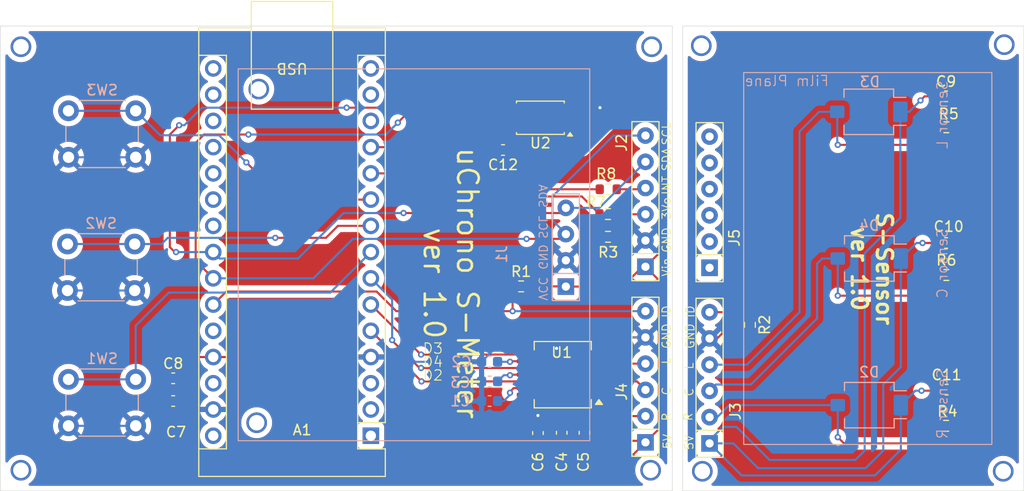
<source format=kicad_pcb>
(kicad_pcb (version 20241229) (generator "pcbnew") (generator_version "9.0")
  (layers (0 "F.Cu" signal) (2 "B.Cu" signal) (13 "F.Paste" user) (15 "B.Paste" user) (5 "F.SilkS" user "F.Silkscreen") (7 "B.SilkS" user "B.Silkscreen") (1 "F.Mask" user) (3 "B.Mask" user) (25 "Edge.Cuts" user))
  (net 0 "")
  (net 1 "Net-(A1-D6)")
  (net 5 "GND")
  (net 6 "Net-(A1-D3)")
  (net 8 "Net-(A1-A5)")
  (net 10 "Net-(A1-D7)")
  (net 11 "Net-(A1-+5V)")
  (net 13 "Net-(A1-D4)")
  (net 16 "Net-(A1-A4)")
  (net 21 "Net-(A1-D2)")
  (net 24 "Net-(A1-A6)")
  (net 25 "Net-(A1-D5)")
  (net 28 "Net-(J4-Pin_3)")
  (net 29 "Net-(J4-Pin_4)")
  (net 30 "Net-(D2-K)")
  (net 31 "Net-(D2-A)")
  (net 32 "Net-(D3-A)")
  (net 33 "Net-(J4-Pin_2)")
  (net 34 "Net-(J3-Pin_5)")
  (net 41 "Net-(D4-A)")
  (net 42 "Net-(J2-Int)")
  (net 43 "Net-(J2-3Vo)")
  (net 44 "Net-(J3-Pin_6)")
  (net 45 "Net-(A1-D9)")
  (net 46 "Net-(A1-D8)")
  (footprint "Capacitor_SMD:C_0603_1608Metric" (layer "F.Cu") (at 96.5 144.375 90)
    (property "Reference" "C5")
    (property "Value" "10uF")
  )
  (footprint "Resistor_SMD:R_0603_1608Metric" (layer "F.Cu") (at 131.5 114.8)
    (property "Reference" "R5")
    (property "Value" "47k")
  )
  (footprint "Resistor_THT:R_Array_SIP6" (layer "F.Cu") (at 108.6 128.4 90)
    (property "Reference" "J5")
    (property "Value" "TSL2591")
  )
  (footprint "Resistor_SMD:R_0603_1608Metric" (layer "F.Cu") (at 112.5 133.925 -90)
    (property "Reference" "R2")
    (property "Value" "47k")
  )
  (footprint "Capacitor_SMD:C_0603_1608Metric" (layer "F.Cu") (at 94.3 144.375 90)
    (property "Reference" "C4")
    (property "Value" "0.1uF")
  )
  (footprint "Capacitor_SMD:C_0603_1608Metric" (layer "F.Cu") (at 131.525 140.2)
    (property "Reference" "C11")
    (property "Value" "4.7pF")
  )
  (footprint "Capacitor_SMD:C_0603_1608Metric" (layer "F.Cu") (at 88.625 117 180)
    (property "Reference" "C12")
    (property "Value" "0.1uF")
  )
  (footprint "Package_SO:TSSOP-8_4.4x3mm_P0.65mm" (layer "F.Cu") (at 92.2375 113.875 180)
    (property "Reference" "U2")
    (property "Value" "AT24CS08-XHM")
  )
  (footprint "Capacitor_SMD:C_0603_1608Metric" (layer "F.Cu") (at 56.725 139.1)
    (property "Reference" "C8")
    (property "Value" "10uF")
  )
  (footprint "Resistor_SMD:R_0603_1608Metric" (layer "F.Cu") (at 98.775 123.2 180)
    (property "Reference" "R7")
    (property "Value" "1k")
  )
  (footprint "Capacitor_SMD:C_0603_1608Metric" (layer "F.Cu") (at 131.475 111.8)
    (property "Reference" "C9")
    (property "Value" "4.7pF")
  )
  (footprint "Resistor_SMD:R_0603_1608Metric" (layer "F.Cu") (at 131.5 129.1)
    (property "Reference" "R6")
    (property "Value" "47k")
  )
  (footprint "Capacitor_SMD:C_0603_1608Metric" (layer "F.Cu") (at 131.475 126)
    (property "Reference" "C10")
    (property "Value" "4.7pF")
  )
  (footprint "Resistor_SMD:R_0603_1608Metric" (layer "F.Cu") (at 98.8 120.8 180)
    (property "Reference" "R8")
    (property "Value" "0")
  )
  (footprint "Module:Arduino_Nano" (layer "F.Cu") (at 75.84 144.66 180)
    (property "Reference" "A1")
    (property "Value" "Arduino_Nano_v3.x")
  )
  (footprint "Resistor_SMD:R_0603_1608Metric" (layer "F.Cu") (at 131.475 143.7 180)
    (property "Reference" "R4")
    (property "Value" "47k")
  )
  (footprint "Resistor_SMD:R_0603_1608Metric" (layer "F.Cu") (at 98.775 125.4)
    (property "Reference" "R3")
    (property "Value" "100k")
  )
  (footprint "Capacitor_SMD:C_0603_1608Metric" (layer "F.Cu") (at 56.725 141.3)
    (property "Reference" "C7")
    (property "Value" "0.1uF")
  )
  (footprint "Resistor_SMD:R_0603_1608Metric" (layer "F.Cu") (at 90.375 130.2)
    (property "Reference" "R1")
    (property "Value" "100k")
  )
  (footprint "Resistor_THT:R_Array_SIP6" (layer "F.Cu") (at 102.4 128.3 90)
    (property "Reference" "J2")
    (property "Value" "TSL2591")
  )
  (footprint "Resistor_THT:R_Array_SIP6" (layer "F.Cu") (at 108.6 145.4 90)
    (property "Reference" "J3")
    (property "Value" "Jumper")
  )
  (footprint "Capacitor_SMD:C_0603_1608Metric" (layer "F.Cu") (at 92 144.4 90)
    (property "Reference" "C6")
    (property "Value" "0.1uF")
  )
  (footprint "Resistor_THT:R_Array_SIP6" (layer "F.Cu") (at 102.4 145.3 90)
    (property "Reference" "J4")
    (property "Value" "Jumper")
  )
  (footprint "Package_SO:SSOP-14_5.3x6.2mm_P0.65mm" (layer "F.Cu") (at 94.4 138.75 180)
    (property "Reference" "U1")
    (property "Value" "74HC14")
  )
  (footprint "Capacitor_SMD:C_0603_1608Metric" (layer "B.Cu") (at 87.325 139.4 180)
    (property "Reference" "C3")
    (property "Value" "100pF")
  )
  (footprint "Button_Switch_THT:SW_PUSH_6mm" (layer "B.Cu") (at 53.1 139.2 180)
    (property "Reference" "SW1")
    (property "Value" "SW_MEC_5E")
  )
  (footprint "Button_Switch_THT:SW_PUSH_6mm" (layer "B.Cu") (at 53.1 113.2 180)
    (property "Reference" "SW3")
    (property "Value" "SW_MEC_5E")
  )
  (footprint "OptoDevice:Osram_BPW34S-SMD" (layer "B.Cu") (at 124 113.3 180)
    (property "Reference" "D3")
    (property "Value" "BPW34-SMD")
  )
  (footprint "OptoDevice:Osram_BPW34S-SMD" (layer "B.Cu") (at 124.05 127.5 180)
    (property "Reference" "D4")
    (property "Value" "BPW34-SMD")
  )
  (footprint "Capacitor_SMD:C_0603_1608Metric" (layer "B.Cu") (at 87.325 141.3 180)
    (property "Reference" "C1")
    (property "Value" "100pF")
  )
  (footprint "Resistor_THT:R_Array_SIP4" (layer "B.Cu") (at 97.01 145.14 90)
    (property "Reference" "J1")
    (property "Value" "OLED")
  )
  (footprint "Button_Switch_THT:SW_PUSH_6mm" (layer "B.Cu") (at 53 126.1 180)
    (property "Reference" "SW2")
    (property "Value" "SW_MEC_5E")
  )
  (footprint "OptoDevice:Osram_BPW34S-SMD" (layer "B.Cu") (at 124.05 141.7 180)
    (property "Reference" "D2")
    (property "Value" "BPW34-SMD")
  )
  (footprint "Capacitor_SMD:C_0603_1608Metric" (layer "B.Cu") (at 87.325 137.5 180)
    (property "Reference" "C2")
    (property "Value" "100pF")
  )
  (gr_rect (start 111.9 109.5) (end 135.9 145.5) (stroke (width 0.1)) (fill no) (layer "B.SilkS"))
  (gr_rect (start 106 105) (end 139 150) (stroke (width 0.05)) (fill no) (layer "Edge.Cuts"))
  (gr_rect (start 40 105) (end 105 150) (stroke (width 0.05)) (fill no) (layer "Edge.Cuts"))
  (gr_text "D3" (at 80.8 136.8 0) (layer "F.SilkS") (effects (font (size 1 1) (thickness 0.1)) (justify left bottom)))
  (gr_text "D2" (at 80.8 139.4 0) (layer "F.SilkS") (effects (font (size 1 1) (thickness 0.1)) (justify left bottom)))
  (gr_text "S-Sensor\nver 1.0" (at 122.2 128.5 270) (layer "F.SilkS") (effects (font (size 1.5 1.5) (thickness 0.3) (bold yes)) (justify bottom)))
  (gr_text "uChrono S-Meter\nver 1.0" (at 80.8 129.9 270) (layer "F.SilkS") (effects (font (size 2 2) (thickness 0.25)) (justify bottom)))
  (gr_text "D4" (at 80.8 138.1 0) (layer "F.SilkS") (effects (font (size 1 1) (thickness 0.1)) (justify left bottom)))
  (gr_text "Sensor C" (at 131.7 124.5 90) (layer "B.SilkS") (effects (font (size 1 1) (thickness 0.1)) (justify left bottom mirror)))
  (gr_text "Film Plane" (at 120.2 110.9 0) (layer "B.SilkS") (effects (font (size 1 1) (thickness 0.1)) (justify left bottom mirror)))
  (gr_text "Sensor L" (at 131.7 110.2 90) (layer "B.SilkS") (effects (font (size 1 1) (thickness 0.1)) (justify left bottom mirror)))
  (gr_text "Sensor R" (at 131.7 138.1 90) (layer "B.SilkS") (effects (font (size 1 1) (thickness 0.1)) (justify left bottom mirror)))
  (via (at 107.8 106.9) (size 2) (drill 1.5) (layers "F.Cu" "B.Cu") (net 0))
  (via (at 42 107) (size 2) (drill 1.5) (layers "F.Cu" "B.Cu") (net 0))
  (via (at 103 107) (size 2) (drill 1.5) (layers "F.Cu" "B.Cu") (net 0))
  (via (at 64.8 143.4) (size 2) (drill 1.5) (layers "F.Cu" "B.Cu") (net 0))
  (via (at 107.9 148.1) (size 2) (drill 1.5) (layers "F.Cu" "B.Cu") (net 0))
  (via (at 102.9 148) (size 2) (drill 1.5) (layers "F.Cu" "B.Cu") (net 0))
  (via (at 137.1 106.8) (size 2) (drill 1.5) (layers "F.Cu" "B.Cu") (net 0))
  (via (at 65 111.1) (size 2) (drill 1.5) (layers "F.Cu" "B.Cu") (net 0))
  (via (at 42 148) (size 2) (drill 1.5) (layers "F.Cu" "B.Cu") (net 0))
  (via (at 137 148.1) (size 2) (drill 1.5) (layers "F.Cu" "B.Cu") (net 0))
  (segment (start 66.6 125.5) (end 71.5 125.5) (width 0.2) (layer "F.Cu") (net 1))
  (segment (start 71.5 125.5) (end 72.66 124.34) (width 0.2) (layer "F.Cu") (net 1))
  (segment (start 72.66 124.34) (end 75.84 124.34) (width 0.2) (layer "F.Cu") (net 1))
  (via (at 66.6 125.5) (size 0.6) (drill 0.3) (layers "F.Cu" "B.Cu") (net 1))
  (segment (start 55.6 126.1) (end 46.5 126.1) (width 0.2) (layer "B.Cu") (net 1))
  (segment (start 66.6 125.5) (end 56.2 125.5) (width 0.2) (layer "B.Cu") (net 1))
  (segment (start 56.2 125.5) (end 55.6 126.1) (width 0.2) (layer "B.Cu") (net 1))
  (segment (start 102.4 125.76) (end 101.74 125.76) (width 0.2) (layer "F.Cu") (net 5))
  (segment (start 89.375 114.2) (end 93.7 114.2) (width 0.2) (layer "F.Cu") (net 5))
  (segment (start 94.35 113.55) (end 95.1 113.55) (width 0.2) (layer "F.Cu") (net 5))
  (segment (start 97.95 125.4) (end 99.35 126.8) (width 0.2) (layer "F.Cu") (net 5))
  (segment (start 96.2 136.2) (end 96.8 136.8) (width 0.2) (layer "F.Cu") (net 5))
  (segment (start 94.275 143.625) (end 94.3 143.6) (width 0.2) (layer "F.Cu") (net 5))
  (segment (start 60.6 142.12) (end 58.32 142.12) (width 0.2) (layer "F.Cu") (net 5))
  (segment (start 97.9 136.8) (end 98.9 136.8) (width 0.2) (layer "F.Cu") (net 5))
  (segment (start 97.95 125.4) (end 96.98 125.4) (width 0.2) (layer "F.Cu") (net 5))
  (segment (start 96.98 125.4) (end 94.7 127.68) (width 0.2) (layer "F.Cu") (net 5))
  (segment (start 98.9 136.8) (end 100.56 135.14) (width 0.2) (layer "F.Cu") (net 5))
  (segment (start 96.8 136.8) (end 97.9 136.8) (width 0.2) (layer "F.Cu") (net 5))
  (segment (start 96.5 143.6) (end 95.9 143.6) (width 0.2) (layer "F.Cu") (net 5))
  (segment (start 92 143.625) (end 92 142.7) (width 0.2) (layer "F.Cu") (net 5))
  (segment (start 100.56 135.14) (end 102.4 135.14) (width 0.2) (layer "F.Cu") (net 5))
  (segment (start 95.1 112.9) (end 95.1 113.55) (width 0.2) (layer "F.Cu") (net 5))
  (segment (start 101.36 126.8) (end 102.4 125.76) (width 0.2) (layer "F.Cu") (net 5))
  (segment (start 89.375 114.2) (end 88.7 114.2) (width 0.2) (layer "F.Cu") (net 5))
  (segment (start 57.5 139.1) (end 57.5 141.3) (width 0.2) (layer "F.Cu") (net 5))
  (segment (start 87.85 115.05) (end 87.85 117) (width 0.2) (layer "F.Cu") (net 5))
  (segment (start 98 112.9) (end 95.1 112.9) (width 0.2) (layer "F.Cu") (net 5))
  (segment (start 93.8 136.2) (end 96.2 136.2) (width 0.2) (layer "F.Cu") (net 5))
  (segment (start 88.7 114.2) (end 87.85 115.05) (width 0.2) (layer "F.Cu") (net 5))
  (segment (start 58.32 142.12) (end 57.5 141.3) (width 0.2) (layer "F.Cu") (net 5))
  (segment (start 95.9 143.6) (end 95.875 143.625) (width 0.2) (layer "F.Cu") (net 5))
  (segment (start 95.875 143.625) (end 92 143.625) (width 0.2) (layer "F.Cu") (net 5))
  (segment (start 93.7 114.2) (end 94.35 113.55) (width 0.2) (layer "F.Cu") (net 5))
  (segment (start 99.35 126.8) (end 101.36 126.8) (width 0.2) (layer "F.Cu") (net 5))
  (via (at 92 142.7) (size 0.6) (drill 0.3) (layers "F.Cu" "B.Cu") (net 5))
  (via (at 93.8 136.2) (size 0.6) (drill 0.3) (layers "F.Cu" "B.Cu") (net 5))
  (via (at 98 112.9) (size 0.6) (drill 0.3) (layers "F.Cu" "B.Cu") (net 5))
  (segment (start 88.91 135.14) (end 102.4 135.14) (width 0.2) (layer "B.Cu") (net 5))
  (segment (start 102.6 112.9) (end 104.2 114.5) (width 0.2) (layer "B.Cu") (net 5))
  (segment (start 44.3 120) (end 46.6 117.7) (width 0.2) (layer "B.Cu") (net 5))
  (segment (start 62.78 142.12) (end 67.86 137.04) (width 0.2) (layer "B.Cu") (net 5))
  (segment (start 60.62 142.12) (end 60.9 142.4) (width 0.2) (layer "B.Cu") (net 5))
  (segment (start 92 142.7) (end 92 138) (width 0.2) (layer "B.Cu") (net 5))
  (segment (start 53 130.6) (end 46.5 130.6) (width 0.2) (layer "B.Cu") (net 5))
  (segment (start 53.1 117.7) (end 46.6 117.7) (width 0.2) (layer "B.Cu") (net 5))
  (segment (start 104.2 133.34) (end 102.4 135.14) (width 0.2) (layer "B.Cu") (net 5))
  (segment (start 44.3 132.8) (end 46.5 130.6) (width 0.2) (layer "B.Cu") (net 5))
  (segment (start 102.4 135.14) (end 101.84 135.14) (width 0.2) (layer "B.Cu") (net 5))
  (segment (start 44.3 128.4) (end 44.3 120) (width 0.2) (layer "B.Cu") (net 5))
  (segment (start 44.3 141.4) (end 44.3 132.8) (width 0.2) (layer "B.Cu") (net 5))
  (segment (start 104.2 114.5) (end 104.2 123.96) (width 0.2) (layer "B.Cu") (net 5))
  (segment (start 102.4 125.76) (end 104.2 127.56) (width 0.2) (layer "B.Cu") (net 5))
  (segment (start 86.55 137.5) (end 86.55 141.3) (width 0.2) (layer "B.Cu") (net 5))
  (segment (start 79.54 137.04) (end 75.84 137.04) (width 0.2) (layer "B.Cu") (net 5))
  (segment (start 60.6 142.12) (end 62.78 142.12) (width 0.2) (layer "B.Cu") (net 5))
  (segment (start 80 137.5) (end 79.54 137.04) (width 0.2) (layer "B.Cu") (net 5))
  (segment (start 60.6 142.12) (end 54.68 142.12) (width 0.2) (layer "B.Cu") (net 5))
  (segment (start 46.5 130.6) (end 44.3 128.4) (width 0.2) (layer "B.Cu") (net 5))
  (segment (start 53.1 143.7) (end 46.6 143.7) (width 0.2) (layer "B.Cu") (net 5))
  (segment (start 104.2 127.56) (end 104.2 133.34) (width 0.2) (layer "B.Cu") (net 5))
  (segment (start 67.86 137.04) (end 75.84 137.04) (width 0.2) (layer "B.Cu") (net 5))
  (segment (start 86.55 137.5) (end 80 137.5) (width 0.2) (layer "B.Cu") (net 5))
  (segment (start 98 112.9) (end 102.6 112.9) (width 0.2) (layer "B.Cu") (net 5))
  (segment (start 60.6 142.12) (end 60.62 142.12) (width 0.2) (layer "B.Cu") (net 5))
  (segment (start 86.55 137.5) (end 88.91 135.14) (width 0.2) (layer "B.Cu") (net 5))
  (segment (start 54.68 142.12) (end 53.1 143.7) (width 0.2) (layer "B.Cu") (net 5))
  (segment (start 46.6 143.7) (end 44.3 141.4) (width 0.2) (layer "B.Cu") (net 5))
  (segment (start 92 138) (end 93.8 136.2) (width 0.2) (layer "B.Cu") (net 5))
  (segment (start 104.2 123.96) (end 102.4 125.76) (width 0.2) (layer "B.Cu") (net 5))
  (segment (start 96.1 136.8) (end 90.9 136.8) (width 0.2) (layer "F.Cu") (net 6))
  (segment (start 80.7 136.8) (end 80.68 136.8) (width 0.2) (layer "F.Cu") (net 6))
  (segment (start 80.68 136.8) (end 75.84 131.96) (width 0.2) (layer "F.Cu") (net 6))
  (segment (start 96.75 137.45) (end 96.1 136.8) (width 0.2) (layer "F.Cu") (net 6))
  (segment (start 90.9 136.8) (end 80.7 136.8) (width 0.2) (layer "F.Cu") (net 6))
  (segment (start 97.9 137.45) (end 96.75 137.45) (width 0.2) (layer "F.Cu") (net 6))
  (via (at 80.7 136.8) (size 0.6) (drill 0.3) (layers "F.Cu" "B.Cu") (net 6))
  (segment (start 58.9 116.3) (end 58.9 127.72) (width 0.2) (layer "F.Cu") (net 8))
  (segment (start 79.25 113.55) (end 78.45 114.35) (width 0.2) (layer "F.Cu") (net 8))
  (segment (start 58.9 127.72) (end 60.6 129.42) (width 0.2) (layer "F.Cu") (net 8))
  (segment (start 59.7 115.5) (end 58.9 116.3) (width 0.2) (layer "F.Cu") (net 8))
  (segment (start 89.375 113.55) (end 79.25 113.55) (width 0.2) (layer "F.Cu") (net 8))
  (segment (start 94.7 125.14) (end 94.24 125.6) (width 0.2) (layer "F.Cu") (net 8))
  (segment (start 64 115.5) (end 59.7 115.5) (width 0.2) (layer "F.Cu") (net 8))
  (segment (start 94.24 125.6) (end 90.9 125.6) (width 0.2) (layer "F.Cu") (net 8))
  (via (at 64 115.5) (size 0.6) (drill 0.3) (layers "F.Cu" "B.Cu") (net 8))
  (via (at 90.9 125.6) (size 0.6) (drill 0.3) (layers "F.Cu" "B.Cu") (net 8))
  (via (at 78.45 114.35) (size 0.6) (drill 0.3) (layers "F.Cu" "B.Cu") (net 8))
  (segment (start 94.7 125.14) (end 94.7 125.1) (width 0.2) (layer "B.Cu") (net 8))
  (segment (start 99.3 115.6) (end 102.4 115.6) (width 0.2) (layer "B.Cu") (net 8))
  (segment (start 74.1 125.6) (end 70.28 129.42) (width 0.2) (layer "B.Cu") (net 8))
  (segment (start 93.4 123.8) (end 93.4 121.5) (width 0.2) (layer "B.Cu") (net 8))
  (segment (start 94.7 125.1) (end 93.4 123.8) (width 0.2) (layer "B.Cu") (net 8))
  (segment (start 90.9 125.6) (end 74.1 125.6) (width 0.2) (layer "B.Cu") (net 8))
  (segment (start 64 115.5) (end 77.3 115.5) (width 0.2) (layer "B.Cu") (net 8))
  (segment (start 70.28 129.42) (end 60.6 129.42) (width 0.2) (layer "B.Cu") (net 8))
  (segment (start 77.3 115.5) (end 78.45 114.35) (width 0.2) (layer "B.Cu") (net 8))
  (segment (start 93.4 121.5) (end 99.3 115.6) (width 0.2) (layer "B.Cu") (net 8))
  (segment (start 75.84 121.8) (end 67.4 121.8) (width 0.2) (layer "F.Cu") (net 10))
  (segment (start 67.4 121.8) (end 63.8 118.2) (width 0.2) (layer "F.Cu") (net 10))
  (via (at 63.8 118.2) (size 0.6) (drill 0.3) (layers "F.Cu" "B.Cu") (net 10))
  (segment (start 63.8 118.2) (end 61.17 115.57) (width 0.2) (layer "B.Cu") (net 10))
  (segment (start 55.47 115.57) (end 61.17 115.57) (width 0.2) (layer "B.Cu") (net 10))
  (segment (start 53.1 113.2) (end 55.47 115.57) (width 0.2) (layer "B.Cu") (net 10))
  (segment (start 46.6 113.2) (end 53.1 113.2) (width 0.2) (layer "B.Cu") (net 10))
  (segment (start 103.1 112.9) (end 100.5 112.9) (width 0.2) (layer "F.Cu") (net 11))
  (segment (start 71 145.6) (end 73 147.6) (width 0.2) (layer "F.Cu") (net 11))
  (segment (start 71 141.7) (end 71 145.6) (width 0.2) (layer "F.Cu") (net 11))
  (segment (start 55.95 138.05) (end 55.95 139.1) (width 0.2) (layer "F.Cu") (net 11))
  (segment (start 55.95 141.3) (end 55.95 139.1) (width 0.2) (layer "F.Cu") (net 11))
  (segment (start 102.4 128.3) (end 104.1 126.6) (width 0.2) (layer "F.Cu") (net 11))
  (segment (start 94.88 130.22) (end 95 130.1) (width 0.2) (layer "F.Cu") (net 11))
  (segment (start 103.7 129.6) (end 102.4 128.3) (width 0.2) (layer "F.Cu") (net 11))
  (segment (start 89.375 114.85) (end 89.375 114.875) (width 0.2) (layer "F.Cu") (net 11))
  (segment (start 60.6 137.04) (end 66.34 137.04) (width 0.2) (layer "F.Cu") (net 11))
  (segment (start 91.975 145.15) (end 96.5 145.15) (width 0.2) (layer "F.Cu") (net 11))
  (segment (start 102.25 145.15) (end 102.4 145.3) (width 0.2) (layer "F.Cu") (net 11))
  (segment (start 56.96 137.04) (end 55.95 138.05) (width 0.2) (layer "F.Cu") (net 11))
  (segment (start 89.375 114.875) (end 89.4 114.9) (width 0.2) (layer "F.Cu") (net 11))
  (segment (start 102.1 128.3) (end 100.18 130.22) (width 0.2) (layer "F.Cu") (net 11))
  (segment (start 100.1 147.6) (end 101.999 145.701) (width 0.2) (layer "F.Cu") (net 11))
  (segment (start 66.34 137.04) (end 71 141.7) (width 0.2) (layer "F.Cu") (net 11))
  (segment (start 90.9 140.7) (end 90.9 144.075) (width 0.2) (layer "F.Cu") (net 11))
  (segment (start 103.7 144) (end 103.7 129.6) (width 0.2) (layer "F.Cu") (net 11))
  (segment (start 94.68 130.2) (end 94.7 130.22) (width 0.2) (layer "F.Cu") (net 11))
  (segment (start 100.5 112.9) (end 96.4 117) (width 0.2) (layer "F.Cu") (net 11))
  (segment (start 96.4 117) (end 89.4 117) (width 0.2) (layer "F.Cu") (net 11))
  (segment (start 60.6 137.04) (end 56.96 137.04) (width 0.2) (layer "F.Cu") (net 11))
  (segment (start 102.4 145.3) (end 103.7 144) (width 0.2) (layer "F.Cu") (net 11))
  (segment (start 90.9 144.075) (end 91.975 145.15) (width 0.2) (layer "F.Cu") (net 11))
  (segment (start 89.4 114.9) (end 89.4 117) (width 0.2) (layer "F.Cu") (net 11))
  (segment (start 91.2 130.2) (end 94.68 130.2) (width 0.2) (layer "F.Cu") (net 11))
  (segment (start 104.1 126.6) (end 104.1 113.9) (width 0.2) (layer "F.Cu") (net 11))
  (segment (start 101.999 145.701) (end 101.999 145.551) (width 0.2) (layer "F.Cu") (net 11))
  (segment (start 96.5 145.15) (end 102.25 145.15) (width 0.2) (layer "F.Cu") (net 11))
  (segment (start 100.18 130.22) (end 94.7 130.22) (width 0.2) (layer "F.Cu") (net 11))
  (segment (start 102.4 128.3) (end 102.1 128.3) (width 0.2) (layer "F.Cu") (net 11))
  (segment (start 104.1 113.9) (end 103.1 112.9) (width 0.2) (layer "F.Cu") (net 11))
  (segment (start 73 147.6) (end 100.1 147.6) (width 0.2) (layer "F.Cu") (net 11))
  (segment (start 90.9 138.1) (end 96 138.1) (width 0.2) (layer "F.Cu") (net 13))
  (segment (start 96 138.1) (end 96.65 138.75) (width 0.2) (layer "F.Cu") (net 13))
  (segment (start 80.7 138.1) (end 90.9 138.1) (width 0.2) (layer "F.Cu") (net 13))
  (segment (start 77.9 135.4) (end 77.9 135.45) (width 0.2) (layer "F.Cu") (net 13))
  (segment (start 96.65 138.75) (end 97.9 138.75) (width 0.2) (layer "F.Cu") (net 13))
  (segment (start 80.55 138.1) (end 80.7 138.1) (width 0.2) (layer "F.Cu") (net 13))
  (segment (start 77.9 135.45) (end 80.55 138.1) (width 0.2) (layer "F.Cu") (net 13))
  (via (at 80.7 138.1) (size 0.6) (drill 0.3) (layers "F.Cu" "B.Cu") (net 13))
  (via (at 77.9 135.4) (size 0.6) (drill 0.3) (layers "F.Cu" "B.Cu") (net 13))
  (segment (start 77.9 131.48) (end 75.84 129.42) (width 0.2) (layer "B.Cu") (net 13))
  (segment (start 77.9 135.4) (end 77.9 131.48) (width 0.2) (layer "B.Cu") (net 13))
  (segment (start 56.4 115.5) (end 57.3 114.6) (width 0.2) (layer "F.Cu") (net 16))
  (segment (start 89.375 112.9) (end 73.5 112.9) (width 0.2) (layer "F.Cu") (net 16))
  (segment (start 94.2 123.1) (end 94.7 122.6) (width 0.2) (layer "F.Cu") (net 16))
  (segment (start 56.4 126.4) (end 56.4 115.5) (width 0.2) (layer "F.Cu") (net 16))
  (segment (start 56.88 126.88) (end 56.4 126.4) (width 0.2) (layer "F.Cu") (net 16))
  (segment (start 79 123.1) (end 94.2 123.1) (width 0.2) (layer "F.Cu") (net 16))
  (segment (start 57 126.88) (end 56.88 126.88) (width 0.2) (layer "F.Cu") (net 16))
  (via (at 73.5 112.9) (size 0.6) (drill 0.3) (layers "F.Cu" "B.Cu") (net 16))
  (via (at 57.3 114.6) (size 0.6) (drill 0.3) (layers "F.Cu" "B.Cu") (net 16))
  (via (at 57 126.88) (size 0.6) (drill 0.3) (layers "F.Cu" "B.Cu") (net 16))
  (via (at 79 123.1) (size 0.6) (drill 0.3) (layers "F.Cu" "B.Cu") (net 16))
  (segment (start 59.5 112.9) (end 73.5 112.9) (width 0.2) (layer "B.Cu") (net 16))
  (segment (start 79 123.1) (end 73.2 123.1) (width 0.2) (layer "B.Cu") (net 16))
  (segment (start 97.94 122.6) (end 102.4 118.14) (width 0.2) (layer "B.Cu") (net 16))
  (segment (start 57.8 114.6) (end 59.5 112.9) (width 0.2) (layer "B.Cu") (net 16))
  (segment (start 73.2 123.1) (end 68.8 127.5) (width 0.2) (layer "B.Cu") (net 16))
  (segment (start 57 126.88) (end 60.6 126.88) (width 0.2) (layer "B.Cu") (net 16))
  (segment (start 57.3 114.6) (end 57.8 114.6) (width 0.2) (layer "B.Cu") (net 16))
  (segment (start 61.22 127.5) (end 60.6 126.88) (width 0.2) (layer "B.Cu") (net 16))
  (segment (start 94.7 122.6) (end 97.94 122.6) (width 0.2) (layer "B.Cu") (net 16))
  (segment (start 68.8 127.5) (end 61.22 127.5) (width 0.2) (layer "B.Cu") (net 16))
  (segment (start 96.8158 140.05) (end 97.9 140.05) (width 0.2) (layer "F.Cu") (net 21))
  (segment (start 90.9 139.4) (end 80.74 139.4) (width 0.2) (layer "F.Cu") (net 21))
  (segment (start 90.9 139.4) (end 96.1658 139.4) (width 0.2) (layer "F.Cu") (net 21))
  (segment (start 80.74 139.4) (end 75.84 134.5) (width 0.2) (layer "F.Cu") (net 21))
  (segment (start 96.1658 139.4) (end 96.8158 140.05) (width 0.2) (layer "F.Cu") (net 21))
  (via (at 80.74 139.4) (size 0.6) (drill 0.3) (layers "F.Cu" "B.Cu") (net 21))
  (segment (start 76.4 130.7) (end 61.86 130.7) (width 0.2) (layer "F.Cu") (net 24))
  (segment (start 60.54 131.96) (end 60.4 132.1) (width 0.2) (layer "F.Cu") (net 24))
  (segment (start 78.3 132.6) (end 76.4 130.7) (width 0.2) (layer "F.Cu") (net 24))
  (segment (start 89.55 130.2) (end 89.55 132.6) (width 0.2) (layer "F.Cu") (net 24))
  (segment (start 60.6 131.96) (end 60.6 132.1) (width 0.2) (layer "F.Cu") (net 24))
  (segment (start 61.86 130.7) (end 60.6 131.96) (width 0.2) (layer "F.Cu") (net 24))
  (segment (start 89.55 132.6) (end 78.3 132.6) (width 0.2) (layer "F.Cu") (net 24))
  (segment (start 60.6 131.96) (end 60.54 131.96) (width 0.2) (layer "F.Cu") (net 24))
  (segment (start 60.46 132.1) (end 60.6 131.96) (width 0.2) (layer "F.Cu") (net 24))
  (via (at 89.55 132.6) (size 0.6) (drill 0.3) (layers "F.Cu" "B.Cu") (net 24))
  (segment (start 89.55 132.6) (end 102.4 132.6) (width 0.2) (layer "B.Cu") (net 24))
  (segment (start 89.55 132.6) (end 89.65 132.7) (width 0.2) (layer "B.Cu") (net 24))
  (segment (start 56.3 130.8) (end 71.92 130.8) (width 0.2) (layer "B.Cu") (net 25))
  (segment (start 53.1 139.2) (end 53.1 134) (width 0.2) (layer "B.Cu") (net 25))
  (segment (start 53.1 134) (end 56.3 130.8) (width 0.2) (layer "B.Cu") (net 25))
  (segment (start 46.6 139.2) (end 53.1 139.2) (width 0.2) (layer "B.Cu") (net 25))
  (segment (start 71.92 130.8) (end 75.84 126.88) (width 0.2) (layer "B.Cu") (net 25))
  (segment (start 100.32 137.68) (end 102.4 137.68) (width 0.2) (layer "F.Cu") (net 28))
  (segment (start 96.7 138.1) (end 97.9 138.1) (width 0.2) (layer "F.Cu") (net 28))
  (segment (start 97.9 138.1) (end 99.9 138.1) (width 0.2) (layer "F.Cu") (net 28))
  (segment (start 89.35 137.45) (end 89.3 137.5) (width 0.2) (layer "F.Cu") (net 28))
  (segment (start 90.9 137.45) (end 96.05 137.45) (width 0.2) (layer "F.Cu") (net 28))
  (segment (start 99.9 138.1) (end 100.32 137.68) (width 0.2) (layer "F.Cu") (net 28))
  (segment (start 96.05 137.45) (end 96.7 138.1) (width 0.2) (layer "F.Cu") (net 28))
  (segment (start 90.9 137.45) (end 89.35 137.45) (width 0.2) (layer "F.Cu") (net 28))
  (via (at 89.3 137.5) (size 0.6) (drill 0.3) (layers "F.Cu" "B.Cu") (net 28))
  (segment (start 89.3 137.5) (end 88.1 137.5) (width 0.2) (layer "B.Cu") (net 28))
  (segment (start 89.35 138.75) (end 89.3 138.8) (width 0.2) (layer "F.Cu") (net 29))
  (segment (start 97.9 139.4) (end 101.58 139.4) (width 0.2) (layer "F.Cu") (net 29))
  (segment (start 90.9 138.75) (end 96.0829 138.75) (width 0.2) (layer "F.Cu") (net 29))
  (segment (start 101.58 139.4) (end 102.4 140.22) (width 0.2) (layer "F.Cu") (net 29))
  (segment (start 90.9 138.75) (end 89.35 138.75) (width 0.2) (layer "F.Cu") (net 29))
  (segment (start 96.7329 139.4) (end 97.9 139.4) (width 0.2) (layer "F.Cu") (net 29))
  (segment (start 96.0829 138.75) (end 96.7329 139.4) (width 0.2) (layer "F.Cu") (net 29))
  (via (at 89.3 138.8) (size 0.6) (drill 0.3) (layers "F.Cu" "B.Cu") (net 29))
  (segment (start 89.3 138.8) (end 88.7 138.8) (width 0.2) (layer "B.Cu") (net 29))
  (segment (start 88.7 138.8) (end 88.1 139.4) (width 0.2) (layer "B.Cu") (net 29))
  (segment (start 130.55 112.1) (end 130.6 112.1) (width 0.2) (layer "F.Cu") (net 30))
  (segment (start 130.7 111.8) (end 129.4 111.8) (width 0.2) (layer "F.Cu") (net 30))
  (segment (start 129.1 140.3) (end 130.65 140.3) (width 0.2) (layer "F.Cu") (net 30))
  (segment (start 129.2 126) (end 130.7 126) (width 0.2) (layer "F.Cu") (net 30))
  (segment (start 129.4 111.8) (end 129 112.2) (width 0.2) (layer "F.Cu") (net 30))
  (segment (start 130.65 140.3) (end 130.75 140.2) (width 0.2) (layer "F.Cu") (net 30))
  (via (at 129.1 140.3) (size 0.6) (drill 0.3) (layers "F.Cu" "B.Cu") (net 30))
  (via (at 129.2 126) (size 0.6) (drill 0.3) (layers "F.Cu" "B.Cu") (net 30))
  (via (at 129 112.2) (size 0.6) (drill 0.3) (layers "F.Cu" "B.Cu") (net 30))
  (segment (start 127.1 138) (end 125.4 139.7) (width 0.2) (layer "B.Cu") (net 30))
  (segment (start 111.2 143.8) (end 109.9 143.8) (width 0.2) (layer "B.Cu") (net 30))
  (segment (start 128.5 140.3) (end 129.1 140.3) (width 0.2) (layer "B.Cu") (net 30))
  (segment (start 124.6 148.5) (end 127.1 146) (width 0.2) (layer "B.Cu") (net 30))
  (segment (start 127.1 141.7) (end 128.5 140.3) (width 0.2) (layer "B.Cu") (net 30))
  (segment (start 109.9 143.8) (end 108.6 145.1) (width 0.2) (layer "B.Cu") (net 30))
  (segment (start 114.4 147) (end 111.2 143.8) (width 0.2) (layer "B.Cu") (net 30))
  (segment (start 108.6 145.1) (end 108.6 145.4) (width 0.2) (layer "B.Cu") (net 30))
  (segment (start 127.05 123.55) (end 123.6 127) (width 0.2) (layer "B.Cu") (net 30))
  (segment (start 127.05 127.45) (end 127.1 127.5) (width 0.2) (layer "B.Cu") (net 30))
  (segment (start 113.3 147.8) (end 110.9 145.4) (width 0.2) (layer "B.Cu") (net 30))
  (segment (start 125.4 139.7) (end 125.4 146.1) (width 0.2) (layer "B.Cu") (net 30))
  (segment (start 108.6 145.4) (end 111.7 148.5) (width 0.2) (layer "B.Cu") (net 30))
  (segment (start 127.1 127.5) (end 127.1 138) (width 0.2) (layer "B.Cu") (net 30))
  (segment (start 123.7 147.8) (end 113.3 147.8) (width 0.2) (layer "B.Cu") (net 30))
  (segment (start 128.6 126) (end 129.2 126) (width 0.2) (layer "B.Cu") (net 30))
  (segment (start 127.05 113.3) (end 127.05 123.55) (width 0.2) (layer "B.Cu") (net 30))
  (segment (start 127.9 113.3) (end 129 112.2) (width 0.2) (layer "B.Cu") (net 30))
  (segment (start 123.6 146.1) (end 122.7 147) (width 0.2) (layer "B.Cu") (net 30))
  (segment (start 123.6 127) (end 123.6 146.1) (width 0.2) (layer "B.Cu") (net 30))
  (segment (start 110.9 145.4) (end 108.6 145.4) (width 0.2) (layer "B.Cu") (net 30))
  (segment (start 127 113.3) (end 127.9 113.3) (width 0.2) (layer "B.Cu") (net 30))
  (segment (start 125.4 146.1) (end 123.7 147.8) (width 0.2) (layer "B.Cu") (net 30))
  (segment (start 127.05 113.3) (end 127 113.3) (width 0.2) (layer "B.Cu") (net 30))
  (segment (start 122.7 147) (end 114.4 147) (width 0.2) (layer "B.Cu") (net 30))
  (segment (start 127.1 127.5) (end 128.6 126) (width 0.2) (layer "B.Cu") (net 30))
  (segment (start 127.1 146) (end 127.1 141.7) (width 0.2) (layer "B.Cu") (net 30))
  (segment (start 111.7 148.5) (end 124.6 148.5) (width 0.2) (layer "B.Cu") (net 30))
  (segment (start 129 145.4) (end 130.65 143.75) (width 0.2) (layer "F.Cu") (net 31))
  (segment (start 130.65 143.75) (end 130.65 143.7) (width 0.2) (layer "F.Cu") (net 31))
  (segment (start 121 144.8) (end 121.6 145.4) (width 0.2) (layer "F.Cu") (net 31))
  (segment (start 121.6 145.4) (end 129 145.4) (width 0.2) (layer "F.Cu") (net 31))
  (via (at 121 144.8) (size 0.6) (drill 0.3) (layers "F.Cu" "B.Cu") (net 31))
  (segment (start 110.5 141.7) (end 121 141.7) (width 0.2) (layer "B.Cu") (net 31))
  (segment (start 108.6 142.86) (end 109.34 142.86) (width 0.2) (layer "B.Cu") (net 31))
  (segment (start 121 144.8) (end 121 141.7) (width 0.2) (layer "B.Cu") (net 31))
  (segment (start 109.34 142.86) (end 110.5 141.7) (width 0.2) (layer "B.Cu") (net 31))
  (segment (start 130.675 114.8) (end 130.6 114.8) (width 0.2) (layer "F.Cu") (net 32))
  (segment (start 121.1 116.5) (end 121 116.4) (width 0.2) (layer "F.Cu") (net 32))
  (segment (start 130.6 114.8) (end 128.9 116.5) (width 0.2) (layer "F.Cu") (net 32))
  (segment (start 128.9 116.5) (end 121.1 116.5) (width 0.2) (layer "F.Cu") (net 32))
  (via (at 121 116.5) (size 0.6) (drill 0.3) (layers "F.Cu" "B.Cu") (net 32))
  (segment (start 112.22 137.78) (end 117.3 132.7) (width 0.2) (layer "B.Cu") (net 32))
  (segment (start 108.6 137.78) (end 112.22 137.78) (width 0.2) (layer "B.Cu") (net 32))
  (segment (start 117.3 132.7) (end 117.3 115.2) (width 0.2) (layer "B.Cu") (net 32))
  (segment (start 120.95 116.45) (end 120.95 113.3) (width 0.2) (layer "B.Cu") (net 32))
  (segment (start 119.2 113.3) (end 120.95 113.3) (width 0.2) (layer "B.Cu") (net 32))
  (segment (start 121 116.5) (end 120.95 116.45) (width 0.2) (layer "B.Cu") (net 32))
  (segment (start 117.3 115.2) (end 119.2 113.3) (width 0.2) (layer "B.Cu") (net 32))
  (segment (start 89.3 140.4) (end 89.65 140.05) (width 0.2) (layer "F.Cu") (net 33))
  (segment (start 96.8987 140.7) (end 97.9 140.7) (width 0.2) (layer "F.Cu") (net 33))
  (segment (start 90.9 140.05) (end 96.2487 140.05) (width 0.2) (layer "F.Cu") (net 33))
  (segment (start 97.9 140.7) (end 99.96 142.76) (width 0.2) (layer "F.Cu") (net 33))
  (segment (start 99.96 142.76) (end 102.4 142.76) (width 0.2) (layer "F.Cu") (net 33))
  (segment (start 89.3 140.5) (end 89.3 140.4) (width 0.2) (layer "F.Cu") (net 33))
  (segment (start 96.2487 140.05) (end 96.8987 140.7) (width 0.2) (layer "F.Cu") (net 33))
  (segment (start 89.65 140.05) (end 90.9 140.05) (width 0.2) (layer "F.Cu") (net 33))
  (via (at 89.3 140.5) (size 0.6) (drill 0.3) (layers "F.Cu" "B.Cu") (net 33))
  (segment (start 89.3 140.5) (end 89.3 140.7) (width 0.2) (layer "B.Cu") (net 33))
  (segment (start 88.7 141.3) (end 88.1 141.3) (width 0.2) (layer "B.Cu") (net 33))
  (segment (start 89.3 140.7) (end 88.7 141.3) (width 0.2) (layer "B.Cu") (net 33))
  (segment (start 132.325 114.8) (end 132.325 129.1) (width 0.2) (layer "F.Cu") (net 34))
  (segment (start 109.34 135.24) (end 109.83 134.75) (width 0.2) (layer "F.Cu") (net 34))
  (segment (start 111.3 143.9) (end 114.2 146.8) (width 0.2) (layer "F.Cu") (net 34))
  (segment (start 132.325 114.8) (end 132.325 111.875) (width 0.2) (layer "F.Cu") (net 34))
  (segment (start 108.6 135.24) (end 111.3 137.94) (width 0.2) (layer "F.Cu") (net 34))
  (segment (start 111.3 137.94) (end 111.3 143.9) (width 0.2) (layer "F.Cu") (net 34))
  (segment (start 109.83 134.75) (end 112.5 134.75) (width 0.2) (layer "F.Cu") (net 34))
  (segment (start 130.8 146.8) (end 132.3 145.3) (width 0.2) (layer "F.Cu") (net 34))
  (segment (start 132.325 111.875) (end 132.25 111.8) (width 0.2) (layer "F.Cu") (net 34))
  (segment (start 132.3 145.3) (end 132.3 143.7) (width 0.2) (layer "F.Cu") (net 34))
  (segment (start 108.6 135.24) (end 109.34 135.24) (width 0.2) (layer "F.Cu") (net 34))
  (segment (start 114.2 146.8) (end 130.8 146.8) (width 0.2) (layer "F.Cu") (net 34))
  (segment (start 132.325 129.1) (end 132.325 143.675) (width 0.2) (layer "F.Cu") (net 34))
  (segment (start 132.325 143.675) (end 132.3 143.7) (width 0.2) (layer "F.Cu") (net 34))
  (segment (start 130.675 129.1) (end 130.675 129.125) (width 0.2) (layer "F.Cu") (net 41))
  (segment (start 130.675 129.125) (end 128.7 131.1) (width 0.2) (layer "F.Cu") (net 41))
  (segment (start 128.7 131.1) (end 121 131.1) (width 0.2) (layer "F.Cu") (net 41))
  (via (at 121 131.1) (size 0.6) (drill 0.3) (layers "F.Cu" "B.Cu") (net 41))
  (segment (start 112.6 139.7) (end 119 133.3) (width 0.2) (layer "B.Cu") (net 41))
  (segment (start 121 131.1) (end 121 127.5) (width 0.2) (layer "B.Cu") (net 41))
  (segment (start 119.5 127.5) (end 121 127.5) (width 0.2) (layer "B.Cu") (net 41))
  (segment (start 109.22 139.7) (end 112.6 139.7) (width 0.2) (layer "B.Cu") (net 41))
  (segment (start 119 133.3) (end 119 128) (width 0.2) (layer "B.Cu") (net 41))
  (segment (start 108.6 140.32) (end 109.22 139.7) (width 0.2) (layer "B.Cu") (net 41))
  (segment (start 119 128) (end 119.5 127.5) (width 0.2) (layer "B.Cu") (net 41))
  (segment (start 102.4 120.7) (end 102.3 120.8) (width 0.2) (layer "F.Cu") (net 42))
  (segment (start 102.4 120.68) (end 102.4 120.7) (width 0.2) (layer "F.Cu") (net 42))
  (segment (start 99.625 120.8) (end 102.28 120.8) (width 0.2) (layer "F.Cu") (net 42))
  (segment (start 102.28 120.8) (end 102.4 120.68) (width 0.2) (layer "F.Cu") (net 42))
  (segment (start 99.68 123.22) (end 102.4 123.22) (width 0.2) (layer "F.Cu") (net 43))
  (segment (start 99.6 123.3) (end 99.68 123.22) (width 0.2) (layer "F.Cu") (net 43))
  (segment (start 99.6 125.4) (end 99.7 125.4) (width 0.2) (layer "F.Cu") (net 43))
  (segment (start 99.6 125.3) (end 99.6 123.2) (width 0.2) (layer "F.Cu") (net 43))
  (segment (start 99.6 123.2) (end 99.6 123.3) (width 0.2) (layer "F.Cu") (net 43))
  (segment (start 99.7 125.4) (end 99.6 125.3) (width 0.2) (layer "F.Cu") (net 43))
  (segment (start 112.1 132.7) (end 112.5 133.1) (width 0.2) (layer "F.Cu") (net 44))
  (segment (start 108.6 132.7) (end 112.1 132.7) (width 0.2) (layer "F.Cu") (net 44))
  (segment (start 78.42 116.72) (end 75.84 116.72) (width 0.2) (layer "F.Cu") (net 45))
  (segment (start 97.975 120.8) (end 82.5 120.8) (width 0.2) (layer "F.Cu") (net 45))
  (segment (start 82.5 120.8) (end 78.42 116.72) (width 0.2) (layer "F.Cu") (net 45))
  (segment (start 96.249 121.499) (end 81.999 121.499) (width 0.2) (layer "F.Cu") (net 46))
  (segment (start 81.999 121.499) (end 79.76 119.26) (width 0.2) (layer "F.Cu") (net 46))
  (segment (start 79.76 119.26) (end 75.84 119.26) (width 0.2) (layer "F.Cu") (net 46))
  (segment (start 97.95 123.2) (end 96.249 121.499) (width 0.2) (layer "F.Cu") (net 46))
  (zone (net 34) (net_name "Net-(J3-Pin_5)") (layer "F.Cu") (connect_pads (clearance 0.5)) (min_thickness 0.25) (fill yes (thermal_gap 0.5) (thermal_bridge_width 0.5))
    (polygon (pts (xy 106 105) (xy 139 105) (xy 139 150) (xy 106 150)))
  )
  (zone (net 5) (net_name "GND") (layer "F.Cu") (priority 3) (connect_pads (clearance 0.5)) (min_thickness 0.25) (fill yes (thermal_gap 0.5) (thermal_bridge_width 0.5))
    (polygon (pts (xy 40 105) (xy 40 150) (xy 105 150) (xy 105 105)))
  )
  (zone (net 34) (net_name "Net-(J3-Pin_5)") (layer "B.Cu") (priority 1) (connect_pads (clearance 0.5)) (min_thickness 0.25) (fill yes (thermal_gap 0.5) (thermal_bridge_width 0.5))
    (polygon (pts (xy 106 105) (xy 139 105) (xy 139 150) (xy 106 150)))
  )
  (zone (net 5) (net_name "GND") (layer "B.Cu") (priority 2) (connect_pads (clearance 0.5)) (min_thickness 0.25) (fill yes (thermal_gap 0.5) (thermal_bridge_width 0.5))
    (polygon (pts (xy 40 105) (xy 40 150) (xy 105 150) (xy 105 105)))
  )
)
</source>
